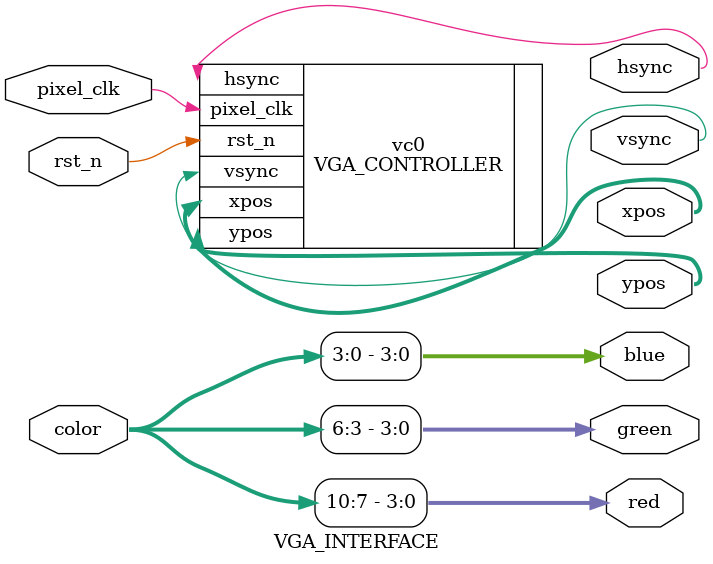
<source format=v>
`timescale 1ns / 1ps


module VGA_INTERFACE
#(
	parameter
		WIDTH_COLOR = 4'd12,	// basys3 uses 12bit per pixel
		WIDTH_POS   = 4'd10	// width of position
)
(
	input rst_n,
	input pixel_clk,
	input [WIDTH_COLOR-1:0] color,
	output [WIDTH_POS-1:0] xpos, ypos,
	output hsync, vsync,
	output [WIDTH_COLOR/3-1:0] red, green, blue
);

	VGA_CONTROLLER vc0 (
		.rst_n(rst_n),
		.pixel_clk(pixel_clk),
		.xpos(xpos),
		.ypos(ypos),
		.hsync(hsync),
		.vsync(vsync)
		);

	assign red   = color [WIDTH_COLOR-1:WIDTH_COLOR/3*2-1];
	assign green = color [WIDTH_COLOR/3*2-1:WIDTH_COLOR/3-1];
	assign blue  = color [WIDTH_COLOR/3-1:0];

endmodule

</source>
